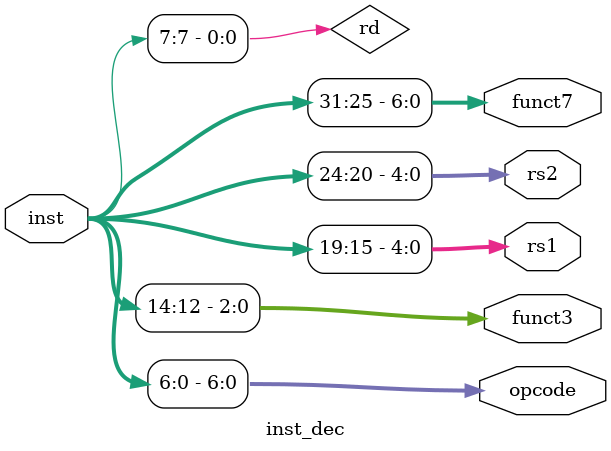
<source format=sv>
module inst_dec
(
    input  logic [31:0] inst,
    output logic [ 6:0] opcode,
    // output logic [ 4:0] rd,
    output logic [ 2:0] funct3,
    output logic [ 4:0] rs1,
    output logic [ 4:0] rs2,
    output logic [ 6:0] funct7
);

    assign opcode = inst[ 6: 0];
    assign rd     = inst[11: 7];
    assign funct3 = inst[14:12];
    assign rs1    = inst[19:15];
    assign rs2    = inst[24:20];
    assign funct7 = inst[31:25];


endmodule
</source>
